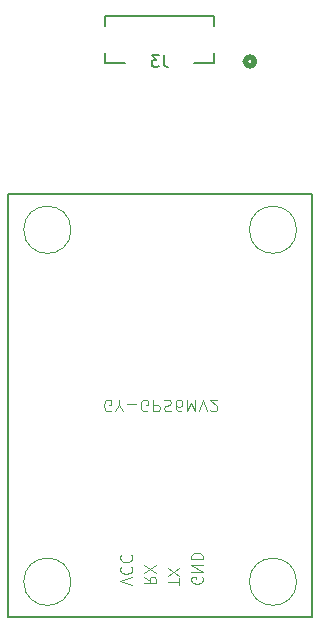
<source format=gbr>
%TF.GenerationSoftware,KiCad,Pcbnew,9.0.4*%
%TF.CreationDate,2025-10-17T17:31:01+02:00*%
%TF.ProjectId,versie_2,76657273-6965-45f3-922e-6b696361645f,rev?*%
%TF.SameCoordinates,Original*%
%TF.FileFunction,Legend,Bot*%
%TF.FilePolarity,Positive*%
%FSLAX46Y46*%
G04 Gerber Fmt 4.6, Leading zero omitted, Abs format (unit mm)*
G04 Created by KiCad (PCBNEW 9.0.4) date 2025-10-17 17:31:01*
%MOMM*%
%LPD*%
G01*
G04 APERTURE LIST*
%ADD10C,0.150000*%
%ADD11C,0.100000*%
%ADD12C,0.152400*%
%ADD13C,0.508000*%
%ADD14C,0.127000*%
G04 APERTURE END LIST*
D10*
X202283331Y-54454819D02*
X202283331Y-55169104D01*
X202283331Y-55169104D02*
X202330950Y-55311961D01*
X202330950Y-55311961D02*
X202426188Y-55407200D01*
X202426188Y-55407200D02*
X202569045Y-55454819D01*
X202569045Y-55454819D02*
X202664283Y-55454819D01*
X201902378Y-54454819D02*
X201283331Y-54454819D01*
X201283331Y-54454819D02*
X201616664Y-54835771D01*
X201616664Y-54835771D02*
X201473807Y-54835771D01*
X201473807Y-54835771D02*
X201378569Y-54883390D01*
X201378569Y-54883390D02*
X201330950Y-54931009D01*
X201330950Y-54931009D02*
X201283331Y-55026247D01*
X201283331Y-55026247D02*
X201283331Y-55264342D01*
X201283331Y-55264342D02*
X201330950Y-55359580D01*
X201330950Y-55359580D02*
X201378569Y-55407200D01*
X201378569Y-55407200D02*
X201473807Y-55454819D01*
X201473807Y-55454819D02*
X201759521Y-55454819D01*
X201759521Y-55454819D02*
X201854759Y-55407200D01*
X201854759Y-55407200D02*
X201902378Y-55359580D01*
D11*
X200627580Y-98624687D02*
X201103771Y-98958020D01*
X200627580Y-99196115D02*
X201627580Y-99196115D01*
X201627580Y-99196115D02*
X201627580Y-98815163D01*
X201627580Y-98815163D02*
X201579961Y-98719925D01*
X201579961Y-98719925D02*
X201532342Y-98672306D01*
X201532342Y-98672306D02*
X201437104Y-98624687D01*
X201437104Y-98624687D02*
X201294247Y-98624687D01*
X201294247Y-98624687D02*
X201199009Y-98672306D01*
X201199009Y-98672306D02*
X201151390Y-98719925D01*
X201151390Y-98719925D02*
X201103771Y-98815163D01*
X201103771Y-98815163D02*
X201103771Y-99196115D01*
X201627580Y-98291353D02*
X200627580Y-97624687D01*
X201627580Y-97624687D02*
X200627580Y-98291353D01*
X203627580Y-99338972D02*
X203627580Y-98767544D01*
X202627580Y-99053258D02*
X203627580Y-99053258D01*
X203627580Y-98529448D02*
X202627580Y-97862782D01*
X203627580Y-97862782D02*
X202627580Y-98529448D01*
X199627580Y-99338972D02*
X198627580Y-99005639D01*
X198627580Y-99005639D02*
X199627580Y-98672306D01*
X198722819Y-97767544D02*
X198675200Y-97815163D01*
X198675200Y-97815163D02*
X198627580Y-97958020D01*
X198627580Y-97958020D02*
X198627580Y-98053258D01*
X198627580Y-98053258D02*
X198675200Y-98196115D01*
X198675200Y-98196115D02*
X198770438Y-98291353D01*
X198770438Y-98291353D02*
X198865676Y-98338972D01*
X198865676Y-98338972D02*
X199056152Y-98386591D01*
X199056152Y-98386591D02*
X199199009Y-98386591D01*
X199199009Y-98386591D02*
X199389485Y-98338972D01*
X199389485Y-98338972D02*
X199484723Y-98291353D01*
X199484723Y-98291353D02*
X199579961Y-98196115D01*
X199579961Y-98196115D02*
X199627580Y-98053258D01*
X199627580Y-98053258D02*
X199627580Y-97958020D01*
X199627580Y-97958020D02*
X199579961Y-97815163D01*
X199579961Y-97815163D02*
X199532342Y-97767544D01*
X198722819Y-96767544D02*
X198675200Y-96815163D01*
X198675200Y-96815163D02*
X198627580Y-96958020D01*
X198627580Y-96958020D02*
X198627580Y-97053258D01*
X198627580Y-97053258D02*
X198675200Y-97196115D01*
X198675200Y-97196115D02*
X198770438Y-97291353D01*
X198770438Y-97291353D02*
X198865676Y-97338972D01*
X198865676Y-97338972D02*
X199056152Y-97386591D01*
X199056152Y-97386591D02*
X199199009Y-97386591D01*
X199199009Y-97386591D02*
X199389485Y-97338972D01*
X199389485Y-97338972D02*
X199484723Y-97291353D01*
X199484723Y-97291353D02*
X199579961Y-97196115D01*
X199579961Y-97196115D02*
X199627580Y-97053258D01*
X199627580Y-97053258D02*
X199627580Y-96958020D01*
X199627580Y-96958020D02*
X199579961Y-96815163D01*
X199579961Y-96815163D02*
X199532342Y-96767544D01*
X205579961Y-98672306D02*
X205627580Y-98767544D01*
X205627580Y-98767544D02*
X205627580Y-98910401D01*
X205627580Y-98910401D02*
X205579961Y-99053258D01*
X205579961Y-99053258D02*
X205484723Y-99148496D01*
X205484723Y-99148496D02*
X205389485Y-99196115D01*
X205389485Y-99196115D02*
X205199009Y-99243734D01*
X205199009Y-99243734D02*
X205056152Y-99243734D01*
X205056152Y-99243734D02*
X204865676Y-99196115D01*
X204865676Y-99196115D02*
X204770438Y-99148496D01*
X204770438Y-99148496D02*
X204675200Y-99053258D01*
X204675200Y-99053258D02*
X204627580Y-98910401D01*
X204627580Y-98910401D02*
X204627580Y-98815163D01*
X204627580Y-98815163D02*
X204675200Y-98672306D01*
X204675200Y-98672306D02*
X204722819Y-98624687D01*
X204722819Y-98624687D02*
X205056152Y-98624687D01*
X205056152Y-98624687D02*
X205056152Y-98815163D01*
X204627580Y-98196115D02*
X205627580Y-98196115D01*
X205627580Y-98196115D02*
X204627580Y-97624687D01*
X204627580Y-97624687D02*
X205627580Y-97624687D01*
X204627580Y-97148496D02*
X205627580Y-97148496D01*
X205627580Y-97148496D02*
X205627580Y-96910401D01*
X205627580Y-96910401D02*
X205579961Y-96767544D01*
X205579961Y-96767544D02*
X205484723Y-96672306D01*
X205484723Y-96672306D02*
X205389485Y-96624687D01*
X205389485Y-96624687D02*
X205199009Y-96577068D01*
X205199009Y-96577068D02*
X205056152Y-96577068D01*
X205056152Y-96577068D02*
X204865676Y-96624687D01*
X204865676Y-96624687D02*
X204770438Y-96672306D01*
X204770438Y-96672306D02*
X204675200Y-96767544D01*
X204675200Y-96767544D02*
X204627580Y-96910401D01*
X204627580Y-96910401D02*
X204627580Y-97148496D01*
X197827693Y-84579961D02*
X197732455Y-84627580D01*
X197732455Y-84627580D02*
X197589598Y-84627580D01*
X197589598Y-84627580D02*
X197446741Y-84579961D01*
X197446741Y-84579961D02*
X197351503Y-84484723D01*
X197351503Y-84484723D02*
X197303884Y-84389485D01*
X197303884Y-84389485D02*
X197256265Y-84199009D01*
X197256265Y-84199009D02*
X197256265Y-84056152D01*
X197256265Y-84056152D02*
X197303884Y-83865676D01*
X197303884Y-83865676D02*
X197351503Y-83770438D01*
X197351503Y-83770438D02*
X197446741Y-83675200D01*
X197446741Y-83675200D02*
X197589598Y-83627580D01*
X197589598Y-83627580D02*
X197684836Y-83627580D01*
X197684836Y-83627580D02*
X197827693Y-83675200D01*
X197827693Y-83675200D02*
X197875312Y-83722819D01*
X197875312Y-83722819D02*
X197875312Y-84056152D01*
X197875312Y-84056152D02*
X197684836Y-84056152D01*
X198494360Y-84103771D02*
X198494360Y-83627580D01*
X198161027Y-84627580D02*
X198494360Y-84103771D01*
X198494360Y-84103771D02*
X198827693Y-84627580D01*
X199161027Y-84008533D02*
X199922932Y-84008533D01*
X200922931Y-84579961D02*
X200827693Y-84627580D01*
X200827693Y-84627580D02*
X200684836Y-84627580D01*
X200684836Y-84627580D02*
X200541979Y-84579961D01*
X200541979Y-84579961D02*
X200446741Y-84484723D01*
X200446741Y-84484723D02*
X200399122Y-84389485D01*
X200399122Y-84389485D02*
X200351503Y-84199009D01*
X200351503Y-84199009D02*
X200351503Y-84056152D01*
X200351503Y-84056152D02*
X200399122Y-83865676D01*
X200399122Y-83865676D02*
X200446741Y-83770438D01*
X200446741Y-83770438D02*
X200541979Y-83675200D01*
X200541979Y-83675200D02*
X200684836Y-83627580D01*
X200684836Y-83627580D02*
X200780074Y-83627580D01*
X200780074Y-83627580D02*
X200922931Y-83675200D01*
X200922931Y-83675200D02*
X200970550Y-83722819D01*
X200970550Y-83722819D02*
X200970550Y-84056152D01*
X200970550Y-84056152D02*
X200780074Y-84056152D01*
X201399122Y-83627580D02*
X201399122Y-84627580D01*
X201399122Y-84627580D02*
X201780074Y-84627580D01*
X201780074Y-84627580D02*
X201875312Y-84579961D01*
X201875312Y-84579961D02*
X201922931Y-84532342D01*
X201922931Y-84532342D02*
X201970550Y-84437104D01*
X201970550Y-84437104D02*
X201970550Y-84294247D01*
X201970550Y-84294247D02*
X201922931Y-84199009D01*
X201922931Y-84199009D02*
X201875312Y-84151390D01*
X201875312Y-84151390D02*
X201780074Y-84103771D01*
X201780074Y-84103771D02*
X201399122Y-84103771D01*
X202351503Y-83675200D02*
X202494360Y-83627580D01*
X202494360Y-83627580D02*
X202732455Y-83627580D01*
X202732455Y-83627580D02*
X202827693Y-83675200D01*
X202827693Y-83675200D02*
X202875312Y-83722819D01*
X202875312Y-83722819D02*
X202922931Y-83818057D01*
X202922931Y-83818057D02*
X202922931Y-83913295D01*
X202922931Y-83913295D02*
X202875312Y-84008533D01*
X202875312Y-84008533D02*
X202827693Y-84056152D01*
X202827693Y-84056152D02*
X202732455Y-84103771D01*
X202732455Y-84103771D02*
X202541979Y-84151390D01*
X202541979Y-84151390D02*
X202446741Y-84199009D01*
X202446741Y-84199009D02*
X202399122Y-84246628D01*
X202399122Y-84246628D02*
X202351503Y-84341866D01*
X202351503Y-84341866D02*
X202351503Y-84437104D01*
X202351503Y-84437104D02*
X202399122Y-84532342D01*
X202399122Y-84532342D02*
X202446741Y-84579961D01*
X202446741Y-84579961D02*
X202541979Y-84627580D01*
X202541979Y-84627580D02*
X202780074Y-84627580D01*
X202780074Y-84627580D02*
X202922931Y-84579961D01*
X203780074Y-84627580D02*
X203589598Y-84627580D01*
X203589598Y-84627580D02*
X203494360Y-84579961D01*
X203494360Y-84579961D02*
X203446741Y-84532342D01*
X203446741Y-84532342D02*
X203351503Y-84389485D01*
X203351503Y-84389485D02*
X203303884Y-84199009D01*
X203303884Y-84199009D02*
X203303884Y-83818057D01*
X203303884Y-83818057D02*
X203351503Y-83722819D01*
X203351503Y-83722819D02*
X203399122Y-83675200D01*
X203399122Y-83675200D02*
X203494360Y-83627580D01*
X203494360Y-83627580D02*
X203684836Y-83627580D01*
X203684836Y-83627580D02*
X203780074Y-83675200D01*
X203780074Y-83675200D02*
X203827693Y-83722819D01*
X203827693Y-83722819D02*
X203875312Y-83818057D01*
X203875312Y-83818057D02*
X203875312Y-84056152D01*
X203875312Y-84056152D02*
X203827693Y-84151390D01*
X203827693Y-84151390D02*
X203780074Y-84199009D01*
X203780074Y-84199009D02*
X203684836Y-84246628D01*
X203684836Y-84246628D02*
X203494360Y-84246628D01*
X203494360Y-84246628D02*
X203399122Y-84199009D01*
X203399122Y-84199009D02*
X203351503Y-84151390D01*
X203351503Y-84151390D02*
X203303884Y-84056152D01*
X204303884Y-83627580D02*
X204303884Y-84627580D01*
X204303884Y-84627580D02*
X204637217Y-83913295D01*
X204637217Y-83913295D02*
X204970550Y-84627580D01*
X204970550Y-84627580D02*
X204970550Y-83627580D01*
X205303884Y-84627580D02*
X205637217Y-83627580D01*
X205637217Y-83627580D02*
X205970550Y-84627580D01*
X206256265Y-84532342D02*
X206303884Y-84579961D01*
X206303884Y-84579961D02*
X206399122Y-84627580D01*
X206399122Y-84627580D02*
X206637217Y-84627580D01*
X206637217Y-84627580D02*
X206732455Y-84579961D01*
X206732455Y-84579961D02*
X206780074Y-84532342D01*
X206780074Y-84532342D02*
X206827693Y-84437104D01*
X206827693Y-84437104D02*
X206827693Y-84341866D01*
X206827693Y-84341866D02*
X206780074Y-84199009D01*
X206780074Y-84199009D02*
X206208646Y-83627580D01*
X206208646Y-83627580D02*
X206827693Y-83627580D01*
D12*
%TO.C,J3*%
X206572798Y-51164600D02*
X206572798Y-51984512D01*
X206572798Y-54250192D02*
X206572798Y-55127000D01*
X206572798Y-55127000D02*
X204888339Y-55127000D01*
X199011657Y-55127000D02*
X197327198Y-55127000D01*
X197327198Y-51164600D02*
X206572798Y-51164600D01*
X197327198Y-51984512D02*
X197327198Y-51164600D01*
X197327198Y-55127000D02*
X197327198Y-54250192D01*
D13*
X209983800Y-55000000D02*
G75*
G02*
X209221800Y-55000000I-381000J0D01*
G01*
X209221800Y-55000000D02*
G75*
G02*
X209983800Y-55000000I381000J0D01*
G01*
D14*
%TO.C,J2*%
X189150000Y-102050000D02*
X214850000Y-102050000D01*
X189150000Y-66250000D02*
X189150000Y-102050000D01*
X189150000Y-66250000D02*
X214850000Y-66250000D01*
X214850000Y-66250000D02*
X214850000Y-102050000D01*
D11*
X194450000Y-99050000D02*
G75*
G02*
X190450000Y-99050000I-2000000J0D01*
G01*
X190450000Y-99050000D02*
G75*
G02*
X194450000Y-99050000I2000000J0D01*
G01*
X194450000Y-69250000D02*
G75*
G02*
X190450000Y-69250000I-2000000J0D01*
G01*
X190450000Y-69250000D02*
G75*
G02*
X194450000Y-69250000I2000000J0D01*
G01*
X213550000Y-99050000D02*
G75*
G02*
X209550000Y-99050000I-2000000J0D01*
G01*
X209550000Y-99050000D02*
G75*
G02*
X213550000Y-99050000I2000000J0D01*
G01*
X213550000Y-69250000D02*
G75*
G02*
X209550000Y-69250000I-2000000J0D01*
G01*
X209550000Y-69250000D02*
G75*
G02*
X213550000Y-69250000I2000000J0D01*
G01*
%TD*%
M02*

</source>
